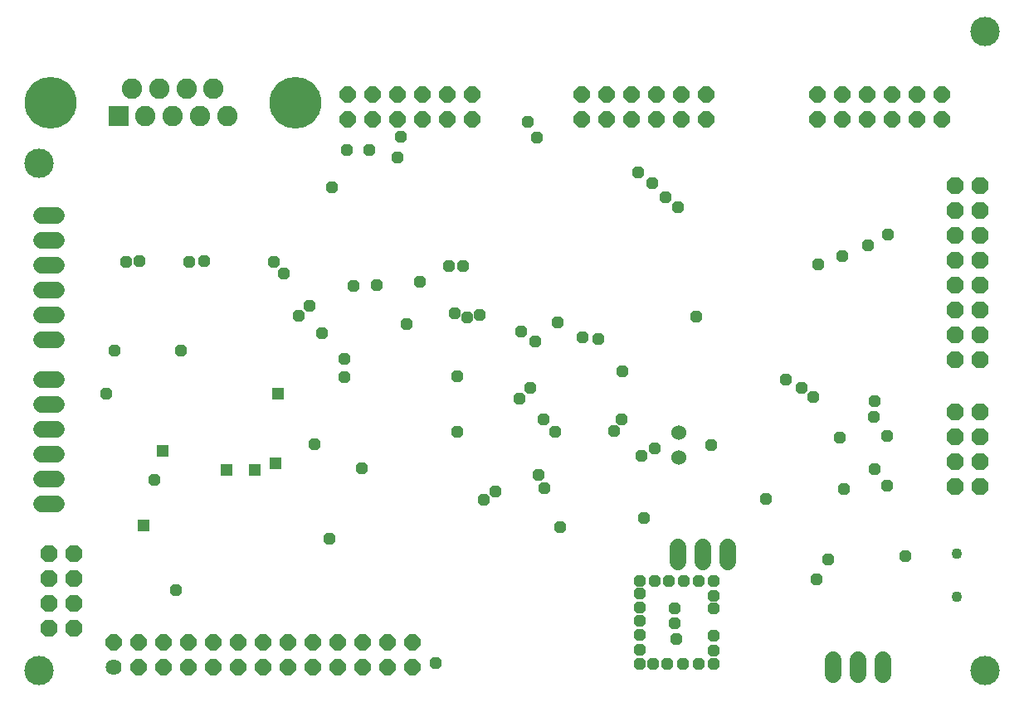
<source format=gbs>
G75*
%MOIN*%
%OFA0B0*%
%FSLAX24Y24*%
%IPPOS*%
%LPD*%
%AMOC8*
5,1,8,0,0,1.08239X$1,22.5*
%
%ADD10C,0.1182*%
%ADD11C,0.0640*%
%ADD12OC8,0.0640*%
%ADD13C,0.0680*%
%ADD14C,0.0434*%
%ADD15OC8,0.0680*%
%ADD16R,0.0820X0.0820*%
%ADD17C,0.0820*%
%ADD18C,0.2080*%
%ADD19C,0.0600*%
%ADD20OC8,0.0476*%
%ADD21R,0.0476X0.0476*%
D10*
X001180Y001474D03*
X001180Y021874D03*
X039155Y027174D03*
X039155Y001474D03*
D11*
X004180Y001617D03*
D12*
X005180Y001617D03*
X005180Y002617D03*
X004180Y002617D03*
X006180Y002617D03*
X007180Y002617D03*
X008180Y002617D03*
X009180Y002617D03*
X010180Y002617D03*
X011180Y002617D03*
X012180Y002617D03*
X013180Y002617D03*
X014180Y002617D03*
X015180Y002617D03*
X016180Y002617D03*
X016180Y001617D03*
X015180Y001617D03*
X014180Y001617D03*
X013180Y001617D03*
X012180Y001617D03*
X011180Y001617D03*
X010180Y001617D03*
X009180Y001617D03*
X008180Y001617D03*
X007180Y001617D03*
X006180Y001617D03*
X022974Y023630D03*
X023974Y023630D03*
X024974Y023630D03*
X025974Y023630D03*
X026974Y023630D03*
X027974Y023630D03*
X027974Y024630D03*
X026974Y024630D03*
X025974Y024630D03*
X024974Y024630D03*
X023974Y024630D03*
X022974Y024630D03*
X018561Y024647D03*
X017561Y024647D03*
X017561Y023647D03*
X018561Y023647D03*
X016561Y023647D03*
X015561Y023647D03*
X015561Y024647D03*
X016561Y024647D03*
X014561Y024647D03*
X013561Y024647D03*
X013561Y023647D03*
X014561Y023647D03*
X032448Y023645D03*
X033448Y023645D03*
X033448Y024645D03*
X032448Y024645D03*
X034448Y024645D03*
X035448Y024645D03*
X036448Y024645D03*
X037448Y024645D03*
X037448Y023645D03*
X036448Y023645D03*
X035448Y023645D03*
X034448Y023645D03*
D13*
X028837Y006442D02*
X028837Y005842D01*
X027837Y005842D02*
X027837Y006442D01*
X026837Y006442D02*
X026837Y005842D01*
X033080Y001899D02*
X033080Y001299D01*
X034080Y001299D02*
X034080Y001899D01*
X035080Y001899D02*
X035080Y001299D01*
X001880Y008174D02*
X001280Y008174D01*
X001280Y009174D02*
X001880Y009174D01*
X001880Y010174D02*
X001280Y010174D01*
X001280Y011174D02*
X001880Y011174D01*
X001880Y012174D02*
X001280Y012174D01*
X001280Y013174D02*
X001880Y013174D01*
X001880Y014774D02*
X001280Y014774D01*
X001280Y015774D02*
X001880Y015774D01*
X001880Y016774D02*
X001280Y016774D01*
X001280Y017774D02*
X001880Y017774D01*
X001880Y018774D02*
X001280Y018774D01*
X001280Y019774D02*
X001880Y019774D01*
D14*
X038030Y006190D03*
X038030Y004457D03*
D15*
X037980Y008874D03*
X038980Y008874D03*
X038980Y009874D03*
X038980Y010874D03*
X038980Y011874D03*
X037980Y011874D03*
X037980Y010874D03*
X037980Y009874D03*
X037980Y013974D03*
X037980Y014974D03*
X038980Y014974D03*
X038980Y013974D03*
X038980Y015974D03*
X038980Y016974D03*
X038980Y017974D03*
X038980Y018974D03*
X037980Y018974D03*
X037980Y017974D03*
X037980Y016974D03*
X037980Y015974D03*
X037980Y019974D03*
X037980Y020974D03*
X038980Y020974D03*
X038980Y019974D03*
X002580Y006174D03*
X001580Y006174D03*
X001580Y005174D03*
X002580Y005174D03*
X002580Y004174D03*
X001580Y004174D03*
X001580Y003174D03*
X002580Y003174D03*
D16*
X004359Y023768D03*
D17*
X005449Y023768D03*
X006540Y023768D03*
X007630Y023768D03*
X008721Y023768D03*
X008174Y024886D03*
X007083Y024886D03*
X005997Y024886D03*
X004906Y024886D03*
D18*
X001619Y024327D03*
X011461Y024327D03*
D19*
X026873Y011052D03*
X026873Y010052D03*
D20*
X025889Y010395D03*
X025377Y010119D03*
X024274Y011103D03*
X024550Y011576D03*
X021912Y011064D03*
X021440Y011576D03*
X020456Y012403D03*
X020889Y012836D03*
X021086Y014726D03*
X020534Y015119D03*
X021991Y015474D03*
X023015Y014883D03*
X023645Y014804D03*
X024589Y013505D03*
X027582Y015710D03*
X031164Y013190D03*
X031794Y012836D03*
X032267Y012481D03*
X033330Y010828D03*
X034708Y011694D03*
X034747Y012324D03*
X035219Y010899D03*
X034747Y009568D03*
X035219Y008899D03*
X033487Y008781D03*
X030377Y008387D03*
X028172Y010552D03*
X025456Y007600D03*
X025298Y005080D03*
X025889Y005080D03*
X026479Y005080D03*
X027070Y005080D03*
X027660Y005080D03*
X028251Y005080D03*
X028251Y004489D03*
X028251Y003977D03*
X028251Y002875D03*
X028251Y002285D03*
X028251Y001733D03*
X027660Y001733D03*
X027030Y001733D03*
X026400Y001733D03*
X025849Y001733D03*
X025298Y001733D03*
X025298Y002324D03*
X025298Y002915D03*
X025298Y003466D03*
X025298Y004017D03*
X025298Y004568D03*
X026715Y003977D03*
X026715Y003387D03*
X026755Y002757D03*
X032385Y005159D03*
X032857Y005946D03*
X035967Y006064D03*
X022109Y007245D03*
X021479Y008820D03*
X021243Y009332D03*
X019511Y008663D03*
X019038Y008348D03*
X017975Y011064D03*
X017975Y013308D03*
X015928Y015395D03*
X016479Y017127D03*
X017621Y017757D03*
X018211Y017757D03*
X017880Y015846D03*
X018380Y015674D03*
X018880Y015774D03*
X014747Y016970D03*
X013802Y016930D03*
X012030Y016143D03*
X011597Y015749D03*
X012542Y015040D03*
X013448Y014017D03*
X013448Y013269D03*
X012227Y010592D03*
X014117Y009607D03*
X012818Y006773D03*
X006676Y004726D03*
X005810Y009135D03*
X003881Y012600D03*
X004196Y014332D03*
X006873Y014332D03*
X011007Y017442D03*
X010613Y017915D03*
X007795Y017928D03*
X007188Y017915D03*
X005195Y017928D03*
X004668Y017915D03*
X012936Y020907D03*
X013526Y022403D03*
X014432Y022403D03*
X015574Y022127D03*
X015692Y022954D03*
X020810Y023544D03*
X021164Y022915D03*
X025219Y021497D03*
X025810Y021064D03*
X026322Y020513D03*
X026834Y020119D03*
X032463Y017796D03*
X033448Y018151D03*
X034471Y018584D03*
X035259Y019017D03*
X017109Y001773D03*
D21*
X010652Y009804D03*
X009826Y009529D03*
X008684Y009529D03*
X006125Y010316D03*
X005377Y007324D03*
X010771Y012600D03*
M02*

</source>
